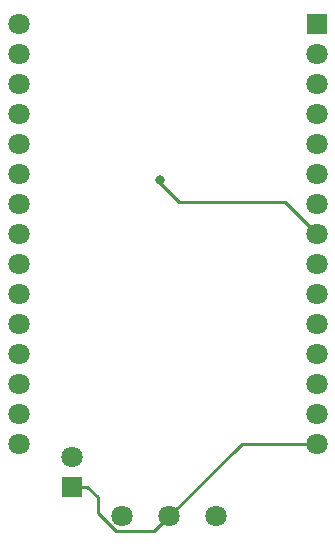
<source format=gbl>
G04*
G04 #@! TF.GenerationSoftware,Altium Limited,Altium Designer,23.4.1 (23)*
G04*
G04 Layer_Physical_Order=2*
G04 Layer_Color=16711680*
%FSLAX44Y44*%
%MOMM*%
G71*
G04*
G04 #@! TF.SameCoordinates,5EEC9E03-0704-45D2-AC34-B4BBD991BA5A*
G04*
G04*
G04 #@! TF.FilePolarity,Positive*
G04*
G01*
G75*
%ADD10C,0.2540*%
%ADD34R,1.8000X1.8000*%
%ADD35C,1.8000*%
%ADD36C,0.8000*%
D10*
X81444Y37840D02*
Y51366D01*
X72810Y60000D02*
X81444Y51366D01*
X60000Y60000D02*
X72810D01*
X81444Y37840D02*
X97094Y22190D01*
X129190D01*
X142000Y35000D01*
X203400Y96400D01*
X267000D01*
X240390Y300810D02*
X267000Y274200D01*
X150690Y300810D02*
X240390D01*
X134500Y317481D02*
Y319500D01*
Y317481D02*
X136940Y315042D01*
Y314560D02*
Y315042D01*
Y314560D02*
X150690Y300810D01*
D34*
X60000Y60000D02*
D03*
X267000Y452000D02*
D03*
D35*
X60000Y85400D02*
D03*
X14500Y452000D02*
D03*
Y426600D02*
D03*
Y401200D02*
D03*
Y375800D02*
D03*
Y350400D02*
D03*
Y325000D02*
D03*
Y299600D02*
D03*
Y274200D02*
D03*
Y248800D02*
D03*
Y223400D02*
D03*
Y198000D02*
D03*
Y172600D02*
D03*
Y147200D02*
D03*
Y121800D02*
D03*
Y96400D02*
D03*
X267000D02*
D03*
Y121800D02*
D03*
Y147200D02*
D03*
Y172600D02*
D03*
Y198000D02*
D03*
Y223400D02*
D03*
Y248800D02*
D03*
Y274200D02*
D03*
Y299600D02*
D03*
Y325000D02*
D03*
Y350400D02*
D03*
Y375800D02*
D03*
Y401200D02*
D03*
Y426600D02*
D03*
X181600Y35000D02*
D03*
X142000D02*
D03*
X102400D02*
D03*
D36*
X134500Y319500D02*
D03*
M02*

</source>
